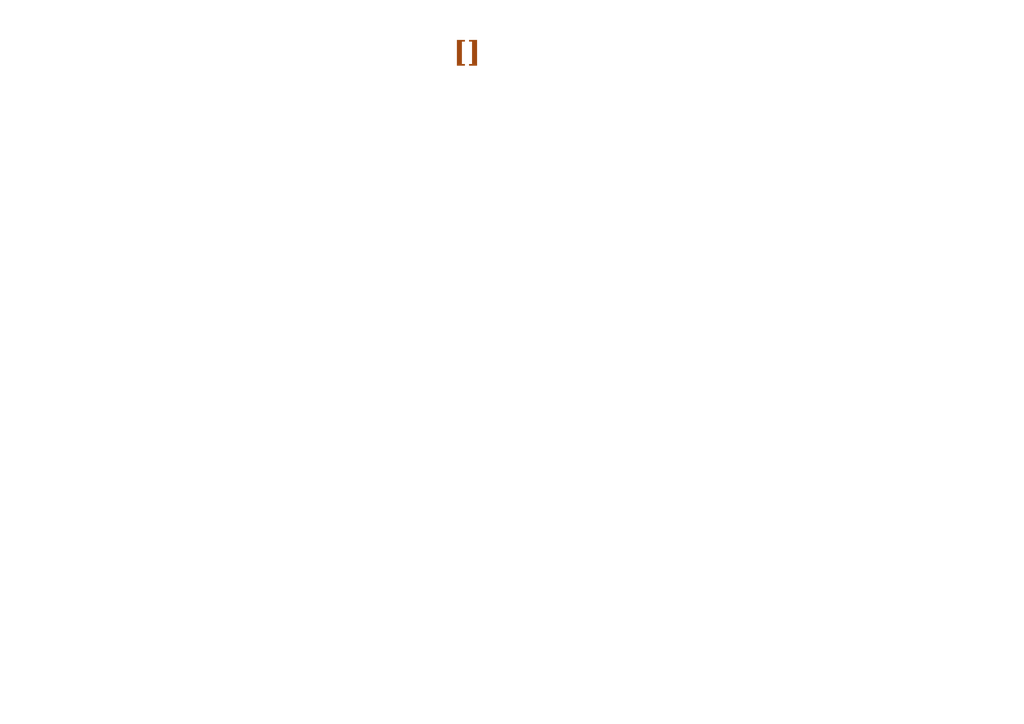
<source format=kicad_sch>
(kicad_sch
	(version 20231120)
	(generator "eeschema")
	(generator_version "8.0")
	(uuid "b7ce2658-0c16-417c-9e64-5f86ab89a607")
	(paper "A4")
	(title_block
		(title "Cell_Sentinel")
		(date "2024-11-05")
		(rev "1.0.0")
	)
	(lib_symbols)
	(text "[${#}] ${SHEETNAME}"
		(exclude_from_sim no)
		(at 136.906 17.272 0)
		(effects
			(font
				(face "Times New Roman")
				(size 6 6)
				(thickness 1.6)
				(bold yes)
				(color 159 72 15 1)
			)
		)
		(uuid "86fb9466-a3d0-48a8-94b3-5cb841b07634")
	)
)

</source>
